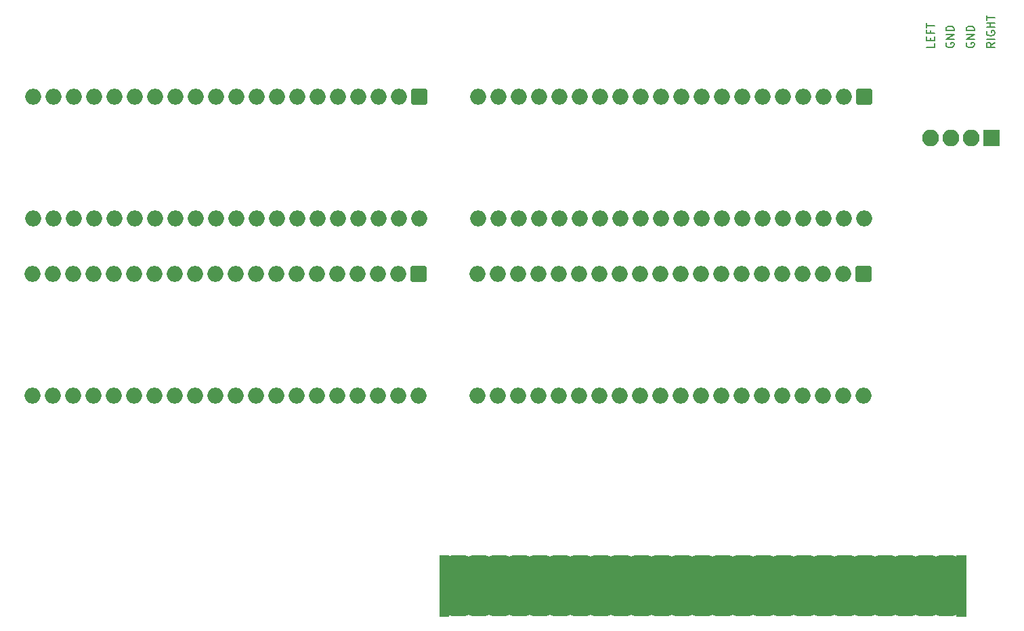
<source format=gts>
%TF.GenerationSoftware,KiCad,Pcbnew,(6.0.2-0)*%
%TF.CreationDate,2022-03-26T21:25:16+01:00*%
%TF.ProjectId,mockingboard2k,6d6f636b-696e-4676-926f-617264326b2e,0.1*%
%TF.SameCoordinates,PXc52d8a0PY889e9c0*%
%TF.FileFunction,Soldermask,Top*%
%TF.FilePolarity,Negative*%
%FSLAX46Y46*%
G04 Gerber Fmt 4.6, Leading zero omitted, Abs format (unit mm)*
G04 Created by KiCad (PCBNEW (6.0.2-0)) date 2022-03-26 21:25:16*
%MOMM*%
%LPD*%
G01*
G04 APERTURE LIST*
G04 Aperture macros list*
%AMRoundRect*
0 Rectangle with rounded corners*
0 $1 Rounding radius*
0 $2 $3 $4 $5 $6 $7 $8 $9 X,Y pos of 4 corners*
0 Add a 4 corners polygon primitive as box body*
4,1,4,$2,$3,$4,$5,$6,$7,$8,$9,$2,$3,0*
0 Add four circle primitives for the rounded corners*
1,1,$1+$1,$2,$3*
1,1,$1+$1,$4,$5*
1,1,$1+$1,$6,$7*
1,1,$1+$1,$8,$9*
0 Add four rect primitives between the rounded corners*
20,1,$1+$1,$2,$3,$4,$5,0*
20,1,$1+$1,$4,$5,$6,$7,0*
20,1,$1+$1,$6,$7,$8,$9,0*
20,1,$1+$1,$8,$9,$2,$3,0*%
G04 Aperture macros list end*
%ADD10C,0.150000*%
%ADD11C,0.001000*%
%ADD12RoundRect,0.650000X-0.762000X3.175000X-0.762000X-3.175000X0.762000X-3.175000X0.762000X3.175000X0*%
%ADD13RoundRect,0.200000X-0.800000X0.800000X-0.800000X-0.800000X0.800000X-0.800000X0.800000X0.800000X0*%
%ADD14O,2.000000X2.000000*%
%ADD15RoundRect,0.200000X-0.850000X0.850000X-0.850000X-0.850000X0.850000X-0.850000X0.850000X0.850000X0*%
%ADD16O,2.100000X2.100000*%
G04 APERTURE END LIST*
D10*
X-9009000Y71725405D02*
X-9056620Y71630167D01*
X-9056620Y71487310D01*
X-9009000Y71344453D01*
X-8913762Y71249215D01*
X-8818524Y71201596D01*
X-8628048Y71153977D01*
X-8485191Y71153977D01*
X-8294715Y71201596D01*
X-8199477Y71249215D01*
X-8104239Y71344453D01*
X-8056620Y71487310D01*
X-8056620Y71582548D01*
X-8104239Y71725405D01*
X-8151858Y71773024D01*
X-8485191Y71773024D01*
X-8485191Y71582548D01*
X-8056620Y72201596D02*
X-9056620Y72201596D01*
X-8056620Y72773024D01*
X-9056620Y72773024D01*
X-8056620Y73249215D02*
X-9056620Y73249215D01*
X-9056620Y73487310D01*
X-9009000Y73630167D01*
X-8913762Y73725405D01*
X-8818524Y73773024D01*
X-8628048Y73820643D01*
X-8485191Y73820643D01*
X-8294715Y73773024D01*
X-8199477Y73725405D01*
X-8104239Y73630167D01*
X-8056620Y73487310D01*
X-8056620Y73249215D01*
X-2976620Y71773024D02*
X-3452810Y71439691D01*
X-2976620Y71201596D02*
X-3976620Y71201596D01*
X-3976620Y71582548D01*
X-3929000Y71677786D01*
X-3881381Y71725405D01*
X-3786143Y71773024D01*
X-3643286Y71773024D01*
X-3548048Y71725405D01*
X-3500429Y71677786D01*
X-3452810Y71582548D01*
X-3452810Y71201596D01*
X-2976620Y72201596D02*
X-3976620Y72201596D01*
X-3929000Y73201596D02*
X-3976620Y73106358D01*
X-3976620Y72963500D01*
X-3929000Y72820643D01*
X-3833762Y72725405D01*
X-3738524Y72677786D01*
X-3548048Y72630167D01*
X-3405191Y72630167D01*
X-3214715Y72677786D01*
X-3119477Y72725405D01*
X-3024239Y72820643D01*
X-2976620Y72963500D01*
X-2976620Y73058739D01*
X-3024239Y73201596D01*
X-3071858Y73249215D01*
X-3405191Y73249215D01*
X-3405191Y73058739D01*
X-2976620Y73677786D02*
X-3976620Y73677786D01*
X-3500429Y73677786D02*
X-3500429Y74249215D01*
X-2976620Y74249215D02*
X-3976620Y74249215D01*
X-3976620Y74582548D02*
X-3976620Y75153977D01*
X-2976620Y74868262D02*
X-3976620Y74868262D01*
X-10469620Y71677786D02*
X-10469620Y71201596D01*
X-11469620Y71201596D01*
X-10993429Y72011120D02*
X-10993429Y72344453D01*
X-10469620Y72487310D02*
X-10469620Y72011120D01*
X-11469620Y72011120D01*
X-11469620Y72487310D01*
X-10993429Y73249215D02*
X-10993429Y72915881D01*
X-10469620Y72915881D02*
X-11469620Y72915881D01*
X-11469620Y73392072D01*
X-11469620Y73630167D02*
X-11469620Y74201596D01*
X-10469620Y73915881D02*
X-11469620Y73915881D01*
X-6469000Y71725405D02*
X-6516620Y71630167D01*
X-6516620Y71487310D01*
X-6469000Y71344453D01*
X-6373762Y71249215D01*
X-6278524Y71201596D01*
X-6088048Y71153977D01*
X-5945191Y71153977D01*
X-5754715Y71201596D01*
X-5659477Y71249215D01*
X-5564239Y71344453D01*
X-5516620Y71487310D01*
X-5516620Y71582548D01*
X-5564239Y71725405D01*
X-5611858Y71773024D01*
X-5945191Y71773024D01*
X-5945191Y71582548D01*
X-5516620Y72201596D02*
X-6516620Y72201596D01*
X-5516620Y72773024D01*
X-6516620Y72773024D01*
X-5516620Y73249215D02*
X-6516620Y73249215D01*
X-6516620Y73487310D01*
X-6469000Y73630167D01*
X-6373762Y73725405D01*
X-6278524Y73773024D01*
X-6088048Y73820643D01*
X-5945191Y73820643D01*
X-5754715Y73773024D01*
X-5659477Y73725405D01*
X-5564239Y73630167D01*
X-5516620Y73487310D01*
X-5516620Y73249215D01*
D11*
X-6604000Y7620000D02*
X-7747000Y7620000D01*
X-7747000Y7620000D02*
X-7747000Y0D01*
X-7747000Y0D02*
X-6604000Y0D01*
X-6604000Y0D02*
X-6604000Y7620000D01*
G36*
X-6604000Y0D02*
G01*
X-7747000Y0D01*
X-7747000Y7620000D01*
X-6604000Y7620000D01*
X-6604000Y0D01*
G37*
X-6604000Y0D02*
X-7747000Y0D01*
X-7747000Y7620000D01*
X-6604000Y7620000D01*
X-6604000Y0D01*
X-72390000Y7620000D02*
X-71247000Y7620000D01*
X-71247000Y7620000D02*
X-71247000Y0D01*
X-71247000Y0D02*
X-72390000Y0D01*
X-72390000Y0D02*
X-72390000Y7620000D01*
G36*
X-71247000Y0D02*
G01*
X-72390000Y0D01*
X-72390000Y7620000D01*
X-71247000Y7620000D01*
X-71247000Y0D01*
G37*
X-71247000Y0D02*
X-72390000Y0D01*
X-72390000Y7620000D01*
X-71247000Y7620000D01*
X-71247000Y0D01*
D12*
X-69977000Y3810000D03*
X-67437000Y3810000D03*
X-64897000Y3810000D03*
X-62357000Y3810000D03*
X-59817000Y3810000D03*
X-57277000Y3810000D03*
X-54737000Y3810000D03*
X-52197000Y3810000D03*
X-49657000Y3810000D03*
X-47117000Y3810000D03*
X-44577000Y3810000D03*
X-42037000Y3810000D03*
X-39497000Y3810000D03*
X-36957000Y3810000D03*
X-34417000Y3810000D03*
X-31877000Y3810000D03*
X-29337000Y3810000D03*
X-26797000Y3810000D03*
X-24257000Y3810000D03*
X-21717000Y3810000D03*
X-19177000Y3810000D03*
X-16637000Y3810000D03*
X-14097000Y3810000D03*
X-11557000Y3810000D03*
X-9017000Y3810000D03*
D13*
X-75008642Y42845000D03*
D14*
X-77548642Y42845000D03*
X-80088642Y42845000D03*
X-82628642Y42845000D03*
X-85168642Y42845000D03*
X-87708642Y42845000D03*
X-90248642Y42845000D03*
X-92788642Y42845000D03*
X-95328642Y42845000D03*
X-97868642Y42845000D03*
X-100408642Y42845000D03*
X-102948642Y42845000D03*
X-105488642Y42845000D03*
X-108028642Y42845000D03*
X-110568642Y42845000D03*
X-113108642Y42845000D03*
X-115648642Y42845000D03*
X-118188642Y42845000D03*
X-120728642Y42845000D03*
X-123268642Y42845000D03*
X-123268642Y27605000D03*
X-120728642Y27605000D03*
X-118188642Y27605000D03*
X-115648642Y27605000D03*
X-113108642Y27605000D03*
X-110568642Y27605000D03*
X-108028642Y27605000D03*
X-105488642Y27605000D03*
X-102948642Y27605000D03*
X-100408642Y27605000D03*
X-97868642Y27605000D03*
X-95328642Y27605000D03*
X-92788642Y27605000D03*
X-90248642Y27605000D03*
X-87708642Y27605000D03*
X-85168642Y27605000D03*
X-82628642Y27605000D03*
X-80088642Y27605000D03*
X-77548642Y27605000D03*
X-75008642Y27605000D03*
D13*
X-74935000Y65029000D03*
D14*
X-77475000Y65029000D03*
X-80015000Y65029000D03*
X-82555000Y65029000D03*
X-85095000Y65029000D03*
X-87635000Y65029000D03*
X-90175000Y65029000D03*
X-92715000Y65029000D03*
X-95255000Y65029000D03*
X-97795000Y65029000D03*
X-100335000Y65029000D03*
X-102875000Y65029000D03*
X-105415000Y65029000D03*
X-107955000Y65029000D03*
X-110495000Y65029000D03*
X-113035000Y65029000D03*
X-115575000Y65029000D03*
X-118115000Y65029000D03*
X-120655000Y65029000D03*
X-123195000Y65029000D03*
X-123195000Y49789000D03*
X-120655000Y49789000D03*
X-118115000Y49789000D03*
X-115575000Y49789000D03*
X-113035000Y49789000D03*
X-110495000Y49789000D03*
X-107955000Y49789000D03*
X-105415000Y49789000D03*
X-102875000Y49789000D03*
X-100335000Y49789000D03*
X-97795000Y49789000D03*
X-95255000Y49789000D03*
X-92715000Y49789000D03*
X-90175000Y49789000D03*
X-87635000Y49789000D03*
X-85095000Y49789000D03*
X-82555000Y49789000D03*
X-80015000Y49789000D03*
X-77475000Y49789000D03*
X-74935000Y49789000D03*
D15*
X-3389000Y59862000D03*
D16*
X-5929000Y59862000D03*
X-8469000Y59862000D03*
X-11009000Y59862000D03*
D13*
X-19304000Y65024000D03*
D14*
X-21844000Y65024000D03*
X-24384000Y65024000D03*
X-26924000Y65024000D03*
X-29464000Y65024000D03*
X-32004000Y65024000D03*
X-34544000Y65024000D03*
X-37084000Y65024000D03*
X-39624000Y65024000D03*
X-42164000Y65024000D03*
X-44704000Y65024000D03*
X-47244000Y65024000D03*
X-49784000Y65024000D03*
X-52324000Y65024000D03*
X-54864000Y65024000D03*
X-57404000Y65024000D03*
X-59944000Y65024000D03*
X-62484000Y65024000D03*
X-65024000Y65024000D03*
X-67564000Y65024000D03*
X-67564000Y49784000D03*
X-65024000Y49784000D03*
X-62484000Y49784000D03*
X-59944000Y49784000D03*
X-57404000Y49784000D03*
X-54864000Y49784000D03*
X-52324000Y49784000D03*
X-49784000Y49784000D03*
X-47244000Y49784000D03*
X-44704000Y49784000D03*
X-42164000Y49784000D03*
X-39624000Y49784000D03*
X-37084000Y49784000D03*
X-34544000Y49784000D03*
X-32004000Y49784000D03*
X-29464000Y49784000D03*
X-26924000Y49784000D03*
X-24384000Y49784000D03*
X-21844000Y49784000D03*
X-19304000Y49784000D03*
D13*
X-19382642Y42845000D03*
D14*
X-21922642Y42845000D03*
X-24462642Y42845000D03*
X-27002642Y42845000D03*
X-29542642Y42845000D03*
X-32082642Y42845000D03*
X-34622642Y42845000D03*
X-37162642Y42845000D03*
X-39702642Y42845000D03*
X-42242642Y42845000D03*
X-44782642Y42845000D03*
X-47322642Y42845000D03*
X-49862642Y42845000D03*
X-52402642Y42845000D03*
X-54942642Y42845000D03*
X-57482642Y42845000D03*
X-60022642Y42845000D03*
X-62562642Y42845000D03*
X-65102642Y42845000D03*
X-67642642Y42845000D03*
X-67642642Y27605000D03*
X-65102642Y27605000D03*
X-62562642Y27605000D03*
X-60022642Y27605000D03*
X-57482642Y27605000D03*
X-54942642Y27605000D03*
X-52402642Y27605000D03*
X-49862642Y27605000D03*
X-47322642Y27605000D03*
X-44782642Y27605000D03*
X-42242642Y27605000D03*
X-39702642Y27605000D03*
X-37162642Y27605000D03*
X-34622642Y27605000D03*
X-32082642Y27605000D03*
X-29542642Y27605000D03*
X-27002642Y27605000D03*
X-24462642Y27605000D03*
X-21922642Y27605000D03*
X-19382642Y27605000D03*
M02*

</source>
